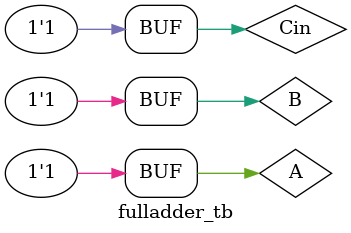
<source format=v>
module fulladder(
    input A,
    input B,
    input Cin,
    output sum,
    output carry
);
    wire X,Y,Z;
    assign X = A ^ B;
    assign Y = X & Cin;
    assign Z = A & B;

    assign carry = Y | Z;
    assign sum = X ^ Cin;
endmodule


module fulladder_tb;
    reg A, B, Cin;
    wire sum,carry;

    fulladder UUT(
        .A(A),
        .B(B),
        .Cin(Cin),
        .sum(sum),
        .carry(carry)
    );

    initial begin
        $dumpfile("fulladder.vcd");
        $dumpvars(0, fulladder_tb);
        
        A=0;B=1;Cin=0;#10;
        A=1;B=1;Cin=0;#10;
        A=1;B=1;Cin=1;#10;
    end
endmodule
</source>
